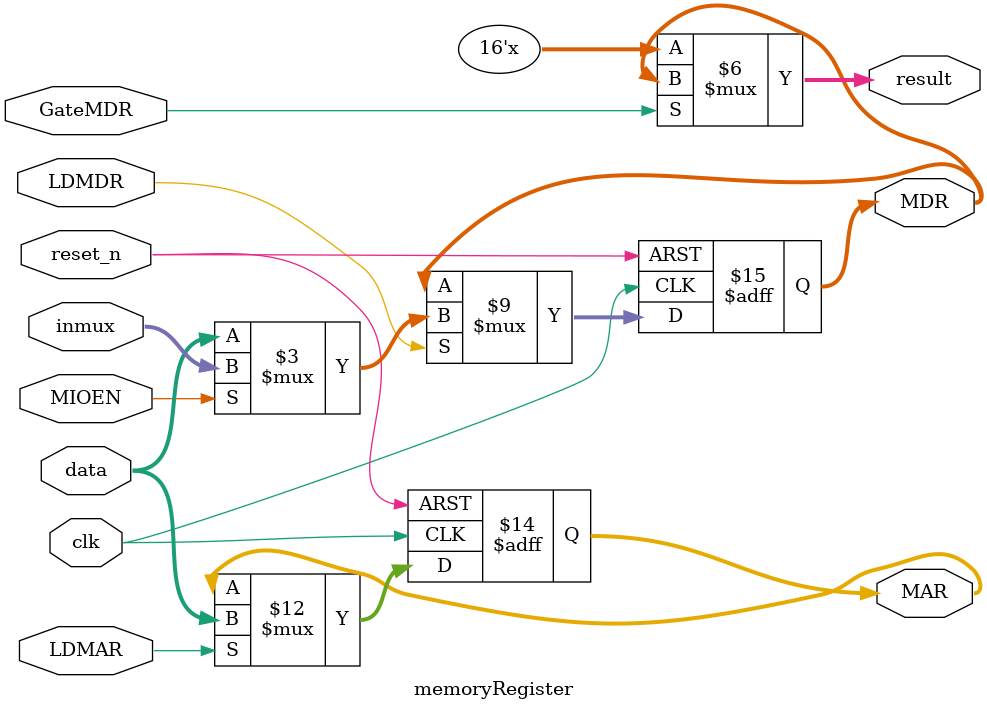
<source format=v>
`timescale 1ns / 1ps
`include "memoryConstants.vh"



module memoryRegister( //stores MAR and MDR
	input[15:0] data, inmux,
	input clk, reset_n,
	output reg[15:0] result,
	output reg[15:0] MAR,
	output reg[15:0] MDR,
	input LDMDR, LDMAR, MIOEN, GateMDR
    );
	
	always@(posedge clk or negedge reset_n)begin
		if(!reset_n)begin
			MAR <= 0;
			MDR <= 0;			
		end else begin
			if(LDMAR) MAR <= data;
			else MAR <= MAR;
			
			if(LDMDR) MDR <= MIOEN ? inmux : data;
			else MDR <= MDR;
		end
	end
	
	always@(*) if(GateMDR) result<=MDR; else result<={16'bz};
endmodule


</source>
